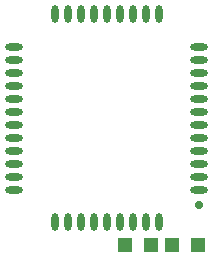
<source format=gbr>
G04 #@! TF.FileFunction,Paste,Top*
%FSLAX46Y46*%
G04 Gerber Fmt 4.6, Leading zero omitted, Abs format (unit mm)*
G04 Created by KiCad (PCBNEW 4.0.5) date 04/10/19 11:23:26*
%MOMM*%
%LPD*%
G01*
G04 APERTURE LIST*
%ADD10C,0.100000*%
%ADD11R,1.200000X1.200000*%
%ADD12O,1.500000X0.600000*%
%ADD13O,0.600000X1.500000*%
%ADD14C,0.700000*%
G04 APERTURE END LIST*
D10*
D11*
X156951000Y-89645000D03*
X159151000Y-89645000D03*
X155141000Y-89645000D03*
X152941000Y-89645000D03*
D12*
X143571000Y-83895000D03*
X143571000Y-82795000D03*
X143571000Y-81695000D03*
X143571000Y-80595000D03*
X143571000Y-79495000D03*
X143561000Y-78395000D03*
X143571000Y-77295000D03*
X143561000Y-76195000D03*
X143561000Y-75095000D03*
X143561000Y-73995000D03*
X143571000Y-72885000D03*
X143571000Y-84995000D03*
D13*
X147006000Y-87730000D03*
X148116000Y-87740000D03*
X149216000Y-87740000D03*
X150316000Y-87740000D03*
X151416000Y-87730000D03*
X152516000Y-87740000D03*
X153616000Y-87730000D03*
X154716000Y-87730000D03*
X155816000Y-87730000D03*
X147016000Y-70150000D03*
X148116000Y-70150000D03*
X149216000Y-70150000D03*
X150316000Y-70140000D03*
X151416000Y-70150000D03*
X152516000Y-70140000D03*
X153616000Y-70140000D03*
X154716000Y-70140000D03*
X155826000Y-70150000D03*
D12*
X159261000Y-72885000D03*
X159261000Y-73985000D03*
X159261000Y-84995000D03*
X159271000Y-83885000D03*
X159271000Y-82785000D03*
X159271000Y-81685000D03*
X159261000Y-80585000D03*
X159271000Y-79485000D03*
X159261000Y-78385000D03*
X159261000Y-77285000D03*
X159261000Y-76185000D03*
X159261000Y-75085000D03*
X159261000Y-73985000D03*
D14*
X159271000Y-86295000D03*
M02*

</source>
